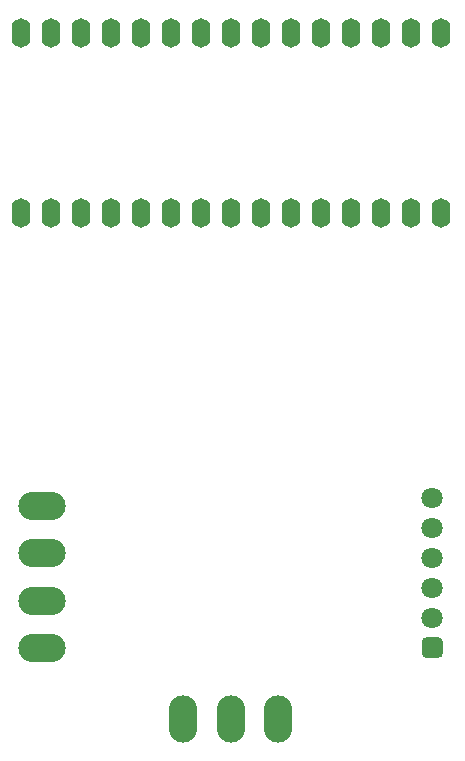
<source format=gbs>
%TF.GenerationSoftware,KiCad,Pcbnew,(5.1.9)-1*%
%TF.CreationDate,2021-05-21T21:01:08+03:00*%
%TF.ProjectId,valenok,76616c65-6e6f-46b2-9e6b-696361645f70,1*%
%TF.SameCoordinates,Original*%
%TF.FileFunction,Soldermask,Bot*%
%TF.FilePolarity,Negative*%
%FSLAX46Y46*%
G04 Gerber Fmt 4.6, Leading zero omitted, Abs format (unit mm)*
G04 Created by KiCad (PCBNEW (5.1.9)-1) date 2021-05-21 21:01:08*
%MOMM*%
%LPD*%
G01*
G04 APERTURE LIST*
%ADD10O,1.600000X2.500000*%
%ADD11C,1.800000*%
%ADD12O,4.000000X2.400000*%
%ADD13O,2.400000X4.000000*%
G04 APERTURE END LIST*
D10*
%TO.C,DS3*%
X107619999Y-74374999D03*
X110159999Y-74374999D03*
X112699999Y-74374999D03*
X115239999Y-74374999D03*
X117779999Y-74374999D03*
X117779999Y-89614999D03*
X115239999Y-89614999D03*
X112699999Y-89614999D03*
X110159999Y-89614999D03*
X107619999Y-89614999D03*
%TD*%
D11*
%TO.C,X8*%
X117094000Y-113728500D03*
X117094000Y-116268500D03*
X117094000Y-118808500D03*
X117094000Y-121348500D03*
X117094000Y-123888500D03*
G36*
G01*
X117544000Y-127328500D02*
X116644000Y-127328500D01*
G75*
G02*
X116194000Y-126878500I0J450000D01*
G01*
X116194000Y-125978500D01*
G75*
G02*
X116644000Y-125528500I450000J0D01*
G01*
X117544000Y-125528500D01*
G75*
G02*
X117994000Y-125978500I0J-450000D01*
G01*
X117994000Y-126878500D01*
G75*
G02*
X117544000Y-127328500I-450000J0D01*
G01*
G37*
%TD*%
D10*
%TO.C,DS1*%
X82219999Y-89614999D03*
X84759999Y-89614999D03*
X87299999Y-89614999D03*
X89839999Y-89614999D03*
X92379999Y-89614999D03*
X92379999Y-74374999D03*
X89839999Y-74374999D03*
X87299999Y-74374999D03*
X84759999Y-74374999D03*
X82219999Y-74374999D03*
%TD*%
%TO.C,DS2*%
X94919999Y-89614999D03*
X97459999Y-89614999D03*
X99999999Y-89614999D03*
X102539999Y-89614999D03*
X105079999Y-89614999D03*
X105079999Y-74374999D03*
X102539999Y-74374999D03*
X99999999Y-74374999D03*
X97459999Y-74374999D03*
X94919999Y-74374999D03*
%TD*%
D12*
%TO.C,X1*%
X84000000Y-126500000D03*
%TD*%
%TO.C,X2*%
X84000000Y-122500000D03*
%TD*%
%TO.C,X3*%
X84000000Y-118445000D03*
%TD*%
%TO.C,X4*%
X84000000Y-114445000D03*
%TD*%
D13*
%TO.C,X5*%
X104000000Y-132500000D03*
%TD*%
%TO.C,X6*%
X100000000Y-132500000D03*
%TD*%
%TO.C,X7*%
X96000000Y-132500000D03*
%TD*%
M02*

</source>
